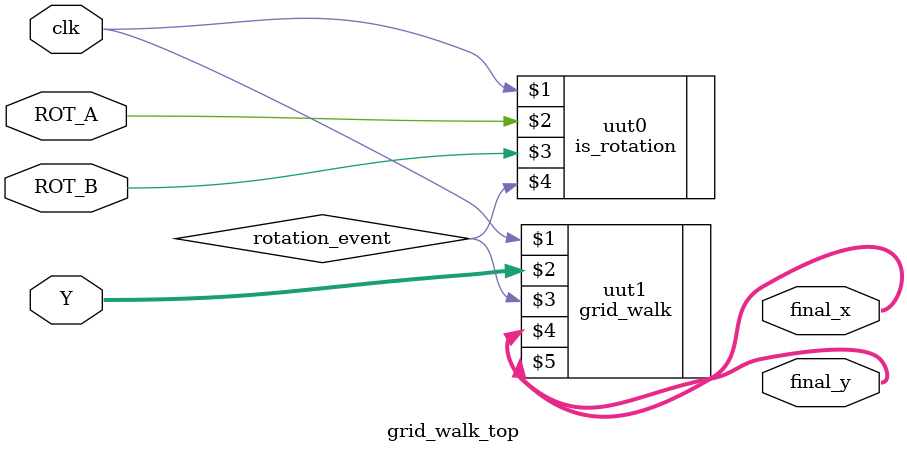
<source format=v>
`timescale 1ns / 1ps
module grid_walk_top( clk, Y, ROT_A, ROT_B, final_x, final_y
    );
	input clk, ROT_A, ROT_B;
	input[3:0] Y;
	
	output[3:0] final_x,final_y;
	wire[3:0] final_x;
	wire[3:0] final_y;
	wire rotation_event;
	
	is_rotation uut0(clk, ROT_A, ROT_B, rotation_event);
	grid_walk uut1(clk, Y, rotation_event, final_x, final_y);

endmodule

</source>
